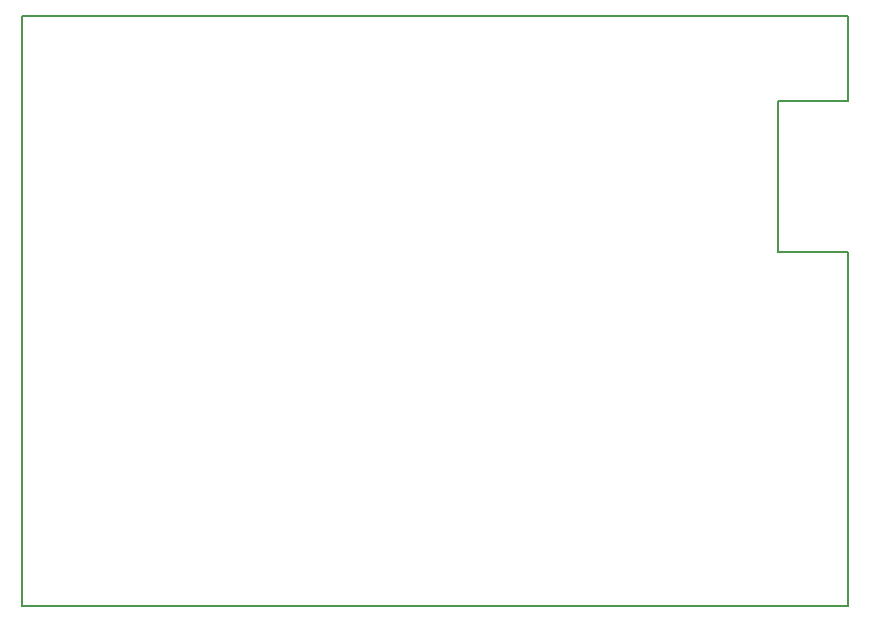
<source format=gko>
G04 #@! TF.FileFunction,Profile,NP*
%FSLAX46Y46*%
G04 Gerber Fmt 4.6, Leading zero omitted, Abs format (unit mm)*
G04 Created by KiCad (PCBNEW 4.0.6) date 01/12/18 15:47:40*
%MOMM*%
%LPD*%
G01*
G04 APERTURE LIST*
%ADD10C,0.100000*%
%ADD11C,0.150000*%
G04 APERTURE END LIST*
D10*
D11*
X170000000Y-90000000D02*
X170000000Y-120000000D01*
X170000000Y-70000000D02*
X170000000Y-77250000D01*
X164000000Y-90000000D02*
X170000000Y-90000000D01*
X164000000Y-77250000D02*
X164000000Y-90000000D01*
X170000000Y-77250000D02*
X164000000Y-77250000D01*
X100000000Y-120000000D02*
X100000000Y-70000000D01*
X170000000Y-70000000D02*
X100000000Y-70000000D01*
X100000000Y-120000000D02*
X170000000Y-120000000D01*
M02*

</source>
